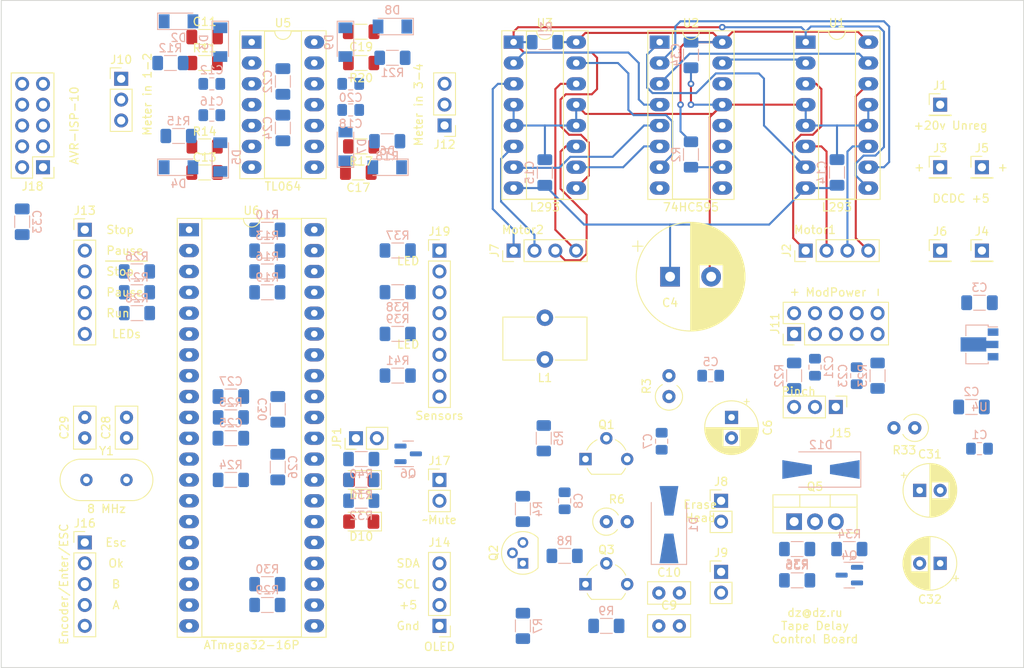
<source format=kicad_pcb>
(kicad_pcb (version 20211014) (generator pcbnew)
  (layers (0 "F.Cu" signal) (31 "B.Cu" signal) (34 "B.Paste" user) (35 "F.Paste" user) (36 "B.SilkS" user "B.Silkscreen") (37 "F.SilkS" user "F.Silkscreen") (38 "B.Mask" user) (39 "F.Mask" user) (44 "Edge.Cuts" user))
  (net 0 "")
  (net 1 "GND")
  (net 2 "+5V")
  (net 3 "+24V")
  (net 4 "Net-(C11-Pad1)")
  (net 5 "Net-(C11-Pad2)")
  (net 6 "Net-(C12-Pad2)")
  (net 7 "Net-(C13-Pad1)")
  (net 8 "Net-(C13-Pad2)")
  (net 9 "Net-(C16-Pad2)")
  (net 10 "Net-(C17-Pad2)")
  (net 11 "Net-(C18-Pad2)")
  (net 12 "Net-(C19-Pad2)")
  (net 13 "Net-(C21-Pad1)")
  (net 14 "Net-(D1-Pad2)")
  (net 15 "Net-(D2-Pad2)")
  (net 16 "Net-(D3-Pad2)")
  (net 17 "Net-(D4-Pad2)")
  (net 18 "Net-(D5-Pad2)")
  (net 19 "Net-(D10-Pad2)")
  (net 20 "+15V")
  (net 21 "-15V")
  (net 22 "Net-(J15-Pad2)")
  (net 23 "Net-(Q2-Pad1)")
  (net 24 "Net-(Q2-Pad2)")
  (net 25 "Net-(Q5-Pad1)")
  (net 26 "Net-(C6-Pad1)")
  (net 27 "Net-(C8-Pad1)")
  (net 28 "Net-(C8-Pad2)")
  (net 29 "Net-(C9-Pad1)")
  (net 30 "/Erase Gen/Gen")
  (net 31 "Net-(C17-Pad1)")
  (net 32 "Net-(C19-Pad1)")
  (net 33 "Net-(C20-Pad2)")
  (net 34 "Net-(C23-Pad2)")
  (net 35 "Net-(C26-Pad1)")
  (net 36 "/CPU/~RST")
  (net 37 "Net-(C28-Pad1)")
  (net 38 "Net-(C29-Pad1)")
  (net 39 "Net-(C30-Pad1)")
  (net 40 "Net-(D6-Pad2)")
  (net 41 "Net-(D7-Pad2)")
  (net 42 "Net-(D8-Pad2)")
  (net 43 "Net-(D9-Pad2)")
  (net 44 "Net-(D11-Pad2)")
  (net 45 "Net-(D12-Pad2)")
  (net 46 "Net-(J2-Pad1)")
  (net 47 "Net-(J2-Pad2)")
  (net 48 "Net-(J2-Pad3)")
  (net 49 "Net-(J2-Pad4)")
  (net 50 "Net-(J7-Pad1)")
  (net 51 "Net-(J7-Pad2)")
  (net 52 "Net-(J7-Pad3)")
  (net 53 "Net-(J7-Pad4)")
  (net 54 "/CPU/Stop button")
  (net 55 "/CPU/Run{slash}pause button")
  (net 56 "/CPU/Stop LED")
  (net 57 "/CPU/Pause LED")
  (net 58 "/CPU/Run LED")
  (net 59 "/CPU/SCL")
  (net 60 "/CPU/SDA")
  (net 61 "/CPU/Escape")
  (net 62 "/CPU/Enter")
  (net 63 "/CPU/Enc B")
  (net 64 "/CPU/Enc A")
  (net 65 "Net-(J17-Pad1)")
  (net 66 "/CPU/MOSI")
  (net 68 "/CPU/SCK")
  (net 69 "/CPU/MISO")
  (net 70 "Net-(J19-Pad1)")
  (net 71 "/CPU/S1")
  (net 72 "Net-(J19-Pad5)")
  (net 73 "/CPU/S2")
  (net 74 "/CPU/Mute")
  (net 75 "Net-(Q4-Pad1)")
  (net 76 "Net-(Q4-Pad3)")
  (net 77 "Net-(Q6-Pad1)")
  (net 78 "Net-(R1-Pad2)")
  (net 79 "Net-(R2-Pad2)")
  (net 80 "Net-(R26-Pad1)")
  (net 81 "Net-(R27-Pad1)")
  (net 82 "Net-(R28-Pad1)")
  (net 83 "Net-(R31-Pad1)")
  (net 84 "/CPU/Pinch")
  (net 85 "Net-(U1-Pad2)")
  (net 86 "Net-(U1-Pad7)")
  (net 87 "/CPU/MPower")
  (net 88 "Net-(U1-Pad10)")
  (net 89 "Net-(U1-Pad15)")
  (net 90 "Net-(U2-Pad4)")
  (net 91 "Net-(U2-Pad5)")
  (net 92 "Net-(U2-Pad6)")
  (net 93 "Net-(U2-Pad7)")
  (net 95 "/CPU/CS0")
  (net 104 "A0")
  (net 105 "A1")
  (net 106 "A2")
  (net 107 "A3")
  (footprint "Connector_PinHeader_2.54mm:PinHeader_1x02_P2.54mm_Vertical" (layer "F.Cu") (at 237.49 88.9)
    (fp_text reference "J8")
    (fp_text value "Erase Head")
  )
  (footprint "Capacitor_SMD:C_1206_3216Metric_Pad1.33x1.80mm_HandSolder" (layer "F.Cu") (at 174.615 32.39)
    (fp_text reference "C11")
    (fp_text value "0,1")
  )
  (footprint "LED_SMD:LED_1206_3216Metric_Pad1.42x1.75mm_HandSolder" (layer "F.Cu") (at 193.68 91.435 180)
    (fp_text reference "D10")
    (fp_text value "Green")
  )
  (footprint "Capacitor_THT:C_Disc_D5.0mm_W2.5mm_P2.50mm" (layer "F.Cu") (at 229.91 100.13)
    (fp_text reference "C10")
    (fp_text value "470")
  )
  (footprint "Connector_PinHeader_2.54mm:PinHeader_1x06_P2.54mm_Vertical" (layer "F.Cu") (at 160.025 55.875)
    (fp_text reference "J13")
    (fp_text value "Transport ctl/leds")
  )
  (footprint "Resistor_THT:R_Axial_DIN0309_L9.0mm_D3.2mm_P2.54mm_Vertical" (layer "F.Cu") (at 261.072621 80.01 180)
    (fp_text reference "R33")
    (fp_text value "? 2w")
  )
  (footprint "Capacitor_THT:CP_Radial_D6.3mm_P2.50mm" (layer "F.Cu") (at 238.76 78.74 -90)
    (fp_text reference "C6")
    (fp_text value "47,0")
  )
  (footprint "Connector_PinHeader_2.54mm:PinHeader_1x02_P2.54mm_Vertical" (layer "F.Cu") (at 203.2 86.36)
    (fp_text reference "J17")
    (fp_text value "~Mute")
  )
  (footprint "Connector_PinHeader_2.54mm:PinHeader_1x01_P2.54mm_Vertical" (layer "F.Cu") (at 269.24 58.42)
    (fp_text reference "J4")
    (fp_text value "DCDC Gnd")
  )
  (footprint "Connector_PinHeader_2.54mm:PinHeader_1x01_P2.54mm_Vertical" (layer "F.Cu") (at 269.24 48.26)
    (fp_text reference "J5")
    (fp_text value "DCDC +5")
  )
  (footprint "Connector_PinHeader_2.54mm:PinHeader_1x01_P2.54mm_Vertical" (layer "F.Cu") (at 264.16 48.26)
    (fp_text reference "J3")
    (fp_text value "DCDC Pwr")
  )
  (footprint "Connector_PinHeader_2.54mm:PinHeader_1x01_P2.54mm_Vertical" (layer "F.Cu") (at 264.16 40.64)
    (fp_text reference "J1")
    (fp_text value "+20v Unreg")
  )
  (footprint "Connector_PinHeader_2.54mm:PinHeader_2x05_P2.54mm_Vertical" (layer "F.Cu") (at 154.94 48.26 180)
    (fp_text reference "J18")
    (fp_text value "AVR-ISP-10")
  )
  (footprint "Package_TO_SOT_THT:TO-92_Wide" (layer "F.Cu") (at 220.98 99.06)
    (fp_text reference "Q3")
    (fp_text value "KT603A")
  )
  (footprint "Package_DIP:DIP-16_W7.62mm_Socket_LongPads" (layer "F.Cu") (at 212.23 33.02)
    (fp_text reference "U3")
    (fp_text value "L293")
  )
  (footprint "Package_TO_SOT_THT:TO-92_Wide" (layer "F.Cu") (at 220.98 83.82)
    (fp_text reference "Q1")
    (fp_text value "KT603A")
  )
  (footprint "Capacitor_THT:C_Disc_D5.0mm_W2.5mm_P2.50mm" (layer "F.Cu") (at 160.025 81.235 90)
    (fp_text reference "C29")
    (fp_text value "24")
  )
  (footprint "Resistor_SMD:R_1206_3216Metric_Pad1.30x1.75mm_HandSolder" (layer "F.Cu") (at 174.615 45.725)
    (fp_text reference "R14")
    (fp_text value "100k")
  )
  (footprint "Connector_PinHeader_2.54mm:PinHeader_1x03_P2.54mm_Vertical" (layer "F.Cu") (at 164.455 37.485)
    (fp_text reference "J10")
    (fp_text value "Meter in 1-2")
  )
  (footprint "Capacitor_THT:C_Disc_D5.0mm_W2.5mm_P2.50mm" (layer "F.Cu") (at 165.105 81.235 90)
    (fp_text reference "C28")
    (fp_text value "24")
  )
  (footprint "Capacitor_THT:C_Disc_D5.0mm_W2.5mm_P2.50mm" (layer "F.Cu") (at 229.91 104.14)
    (fp_text reference "C9")
    (fp_text value "100")
  )
  (footprint "Connector_PinHeader_2.54mm:PinHeader_1x04_P2.54mm_Vertical" (layer "F.Cu") (at 203.2 104.14 180)
    (fp_text reference "J14")
    (fp_text value "OLED")
  )
  (footprint "MountingHole:MountingHole_3.2mm_M3" (layer "F.Cu") (at 153.67 105.41)
    (fp_text reference "H3" hide)
    (fp_text value "MountingHole" hide)
  )
  (footprint "Connector_PinHeader_2.54mm:PinHeader_1x04_P2.54mm_Vertical" (layer "F.Cu") (at 212.23 58.42 90)
    (fp_text reference "J7")
    (fp_text value "Motor2")
  )
  (footprint "Resistor_THT:R_Axial_DIN0309_L9.0mm_D3.2mm_P2.54mm_Vertical" (layer "F.Cu") (at 223.52 91.44)
    (fp_text reference "R6")
    (fp_text value "43")
  )
  (footprint "MountingHole:MountingHole_3.2mm_M3" (layer "F.Cu") (at 153.67 31.75)
    (fp_text reference "H4" hide)
    (fp_text value "MountingHole" hide)
  )
  (footprint "Resistor_SMD:R_1206_3216Metric_Pad1.30x1.75mm_HandSolder" (layer "F.Cu") (at 193.665 45.725 180)
    (fp_text reference "R17")
    (fp_text value "100k")
  )
  (footprint "Connector_PinHeader_2.54mm:PinHeader_1x04_P2.54mm_Vertical" (layer "F.Cu") (at 247.79 58.42 90)
    (fp_text reference "J2")
    (fp_text value "Motor1")
  )
  (footprint "Capacitor_SMD:C_1206_3216Metric_Pad1.33x1.80mm_HandSolder" (layer "F.Cu") (at 174.615 48.9)
    (fp_text reference "C13")
    (fp_text value "0,1")
  )
  (footprint "Connector_PinHeader_2.54mm:PinHeader_1x08_P2.54mm_Vertical" (layer "F.Cu") (at 203.2 58.42)
    (fp_text reference "J19")
    (fp_text value "Sensors")
  )
  (footprint "Capacitor_THT:CP_Radial_D13.0mm_P5.00mm" (layer "F.Cu") (at 231.28 61.595)
    (fp_text reference "C4")
    (fp_text value "2200x25v")
  )
  (footprint "Connector_PinHeader_2.54mm:PinHeader_1x05_P2.54mm_Vertical" (layer "F.Cu") (at 160.025 93.975)
    (fp_text reference "J16")
    (fp_text value "Encoder/Enter/ESC")
  )
  (footprint "Connector_PinHeader_2.54mm:PinHeader_1x02_P2.54mm_Vertical" (layer "F.Cu") (at 193.04 81.28 90)
    (fp_text reference "JP1")
    (fp_text value "Jumper_2_Open")
  )
  (footprint "MountingHole:MountingHole_3.2mm_M3" (layer "F.Cu") (at 266.7 33.02)
    (fp_text reference "H2" hide)
    (fp_text value "MountingHole" hide)
  )
  (footprint "Resistor_SMD:R_1206_3216Metric_Pad1.30x1.75mm_HandSolder" (layer "F.Cu") (at 174.615 35.565)
    (fp_text reference "R11")
    (fp_text value "100k")
  )
  (footprint "Package_DIP:DIP-14_W7.62mm_Socket_LongPads" (layer "F.Cu") (at 180.34 33.02)
    (fp_text reference "U5")
    (fp_text value "TL064")
  )
  (footprint "Resistor_SMD:R_1206_3216Metric_Pad1.30x1.75mm_HandSolder" (layer "F.Cu") (at 193.665 35.565 180)
    (fp_text reference "R20")
    (fp_text value "100k")
  )
  (footprint "Inductor_THT:L_Toroid_Vertical_L10.0mm_W5.0mm_P5.08mm" (layer "F.Cu") (at 216.04 71.675 180)
    (fp_text reference "L1")
    (fp_text value "100mH")
  )
  (footprint "Package_DIP:DIP-16_W7.62mm_Socket_LongPads" (layer "F.Cu") (at 230.01 33.02)
    (fp_text reference "U2")
    (fp_text value "74HC595")
  )
  (footprint "Package_TO_SOT_THT:TO-220-3_Vertical" (layer "F.Cu") (at 246.38 91.44)
    (fp_text reference "Q5")
    (fp_text value "IRF540N")
  )
  (footprint "Capacitor_SMD:C_1206_3216Metric_Pad1.33x1.80mm_HandSolder" (layer "F.Cu") (at 193.665 31.755 180)
    (fp_text reference "C19")
    (fp_text value "0,1")
  )
  (footprint "Connector_PinHeader_2.54mm:PinHeader_1x02_P2.54mm_Vertical" (layer "F.Cu") (at 237.49 97.5575)
    (fp_text reference "J9")
    (fp_text value "Gen")
  )
  (footprint "Connector_PinHeader_2.54mm:PinHeader_1x03_P2.54mm_Vertical" (layer "F.Cu") (at 251.46 77.47 -90)
    (fp_text reference "J15")
    (fp_text value "Pinch")
  )
  (footprint "Package_DIP:DIP-16_W7.62mm_Socket_LongPads" (layer "F.Cu") (at 247.79 33.02)
    (fp_text reference "U1")
    (fp_text value "L293")
  )
  (footprint "Capacitor_THT:CP_Radial_D6.3mm_P2.50mm" (layer "F.Cu") (at 261.66 87.63)
    (fp_text reference "C31")
    (fp_text value "10,0")
  )
  (footprint "Package_DIP:DIP-40_W15.24mm_Socket_LongPads" (layer "F.Cu") (at 172.72 55.88)
    (fp_text reference "U6")
    (fp_text value "ATmega32-16P")
  )
  (footprint "Connector_PinHeader_2.54mm:PinHeader_2x05_P2.54mm_Vertical" (layer "F.Cu") (at 246.38 68.58 90)
    (fp_text reference "J11")
    (fp_text value "ModPower")
  )
  (footprint "MountingHole:MountingHole_3.2mm_M3" (layer "F.Cu") (at 266.7 104.14)
    (fp_text reference "H1" hide)
    (fp_text value "MountingHole" hide)
  )
  (footprint "Connector_PinHeader_2.54mm:PinHeader_1x01_P2.54mm_Vertical" (layer "F.Cu") (at 264.16 58.42)
    (fp_text reference "J6")
    (fp_text value "DCDC Gnd")
  )
  (footprint "Connector_PinHeader_2.54mm:PinHeader_1x03_P2.54mm_Vertical" (layer "F.Cu") (at 203.825 43.17 180)
    (fp_text reference "J12")
    (fp_text value "Meter in 3-4")
  )
  (footprint "Capacitor_SMD:C_1206_3216Metric_Pad1.33x1.80mm_HandSolder" (layer "F.Cu") (at 193.3225 48.9 180)
    (fp_text reference "C17")
    (fp_text value "0,1")
  )
  (footprint "Capacitor_THT:CP_Radial_D6.3mm_P2.50mm" (layer "F.Cu") (at 264.16 96.52 180)
    (fp_text reference "C32")
    (fp_text value "10,0")
  )
  (footprint "Resistor_THT:R_Axial_DIN0309_L9.0mm_D3.2mm_P2.54mm_Vertical" (layer "F.Cu") (at 231.14 76.2 90)
    (fp_text reference "R3")
    (fp_text value "10")
  )
  (footprint "LED_SMD:LED_1206_3216Metric_Pad1.42x1.75mm_HandSolder" (layer "F.Cu") (at 193.68 86.355 180)
    (fp_text reference "D11")
    (fp_text value "Red")
  )
  (footprint "Crystal:Crystal_HC49-U_Vertical" (layer "F.Cu") (at 160.225 86.355)
    (fp_text reference "Y1")
    (fp_text value "8 MHz")
  )
  (footprint "Package_TO_SOT_THT:TO-92" (layer "F.Cu") (at 213.36 96.52 90)
    (fp_text reference "Q2")
    (fp_text value "KT3107")
  )
  (footprint "Capacitor_SMD:C_0805_2012Metric_Pad1.18x1.45mm_HandSolder" (layer "B.Cu") (at 192.395 41.28)
    (fp_text reference "C18")
    (fp_text value "1,0")
  )
  (footprint "Resistor_SMD:R_1206_3216Metric_Pad1.30x1.75mm_HandSolder" (layer "B.Cu") (at 182.25 101.595 180)
    (fp_text reference "R29")
    (fp_text value "4,7k")
  )
  (footprint "Resistor_SMD:R_1206_3216Metric_Pad1.30x1.75mm_HandSolder" (layer "B.Cu") (at 246.747621 98.59 180)
    (fp_text reference "R35")
    (fp_text value "47")
  )
  (footprint "Diode_SMD:D_MiniMELF" (layer "B.Cu") (at 196.84 48.265 180)
    (fp_text reference "D6")
    (fp_text value "LL4148")
  )
  (footprint "Capacitor_SMD:C_1206_3216Metric_Pad1.33x1.80mm_HandSolder" (layer "B.Cu") (at 216.03 48.905 -90)
    (fp_text reference "C15")
    (fp_text value "0,1")
  )
  (footprint "Resistor_SMD:R_1206_3216Metric_Pad1.30x1.75mm_HandSolder" (layer "B.Cu") (at 197.475 34.93)
    (fp_text reference "R21")
    (fp_text value "200k")
  )
  (footprint "Resistor_SMD:R_1206_3216Metric_Pad1.30x1.75mm_HandSolder" (layer "B.Cu") (at 193.68 86.355)
    (fp_text reference "R31")
    (fp_text value "4,7k")
  )
  (footprint "Resistor_SMD:R_1206_3216Metric_Pad1.30x1.75mm_HandSolder" (layer "B.Cu") (at 182.245 55.88 180)
    (fp_text reference "R10")
    (fp_text value "1k")
  )
  (footprint "Capacitor_SMD:C_0805_2012Metric_Pad1.18x1.45mm_HandSolder" (layer "B.Cu") (at 175.4825 41.915 180)
    (fp_text reference "C16")
    (fp_text value "1,0")
  )
  (footprint "Resistor_SMD:R_1206_3216Metric_Pad1.30x1.75mm_HandSolder" (layer "B.Cu") (at 233.82 46.71 -90)
    (fp_text reference "R2")
    (fp_text value "4,7k")
  )
  (footprint "Resistor_SMD:R_1206_3216Metric_Pad1.30x1.75mm_HandSolder" (layer "B.Cu") (at 246.38 73.66 -90)
    (fp_text reference "R22")
    (fp_text value "100")
  )
  (footprint "Resistor_SMD:R_1206_3216Metric_Pad1.30x1.75mm_HandSolder" (layer "B.Cu") (at 171.44 44.455 180)
    (fp_text reference "R15")
    (fp_text value "200k")
  )
  (footprint "Resistor_SMD:R_1206_3216Metric_Pad1.30x1.75mm_HandSolder" (layer "B.Cu") (at 177.805 78.735 180)
    (fp_text reference "R25")
    (fp_text value "10k")
  )
  (footprint "Resistor_SMD:R_1206_3216Metric_Pad1.30x1.75mm_HandSolder" (layer "B.Cu") (at 218.44 95.61 180)
    (fp_text reference "R8")
    (fp_text value "30k")
  )
  (footprint "Resistor_SMD:R_1206_3216Metric_Pad1.30x1.75mm_HandSolder" (layer "B.Cu") (at 216.04 33.02 180)
    (fp_text reference "R1")
    (fp_text value "4,7k")
  )
  (footprint "Package_TO_SOT_SMD:SOT-89-3" (layer "B.Cu") (at 268.9475 69.85 180)
    (fp_text reference "U4")
    (fp_text value "L78L05_SOT89")
  )
  (footprint "Resistor_SMD:R_1206_3216Metric_Pad1.30x1.75mm_HandSolder" (layer "B.Cu") (at 193.68 83.815)
    (fp_text reference "R40")
    (fp_text value "10k")
  )
  (footprint "Package_TO_SOT_SMD:SOT-23" (layer "B.Cu") (at 199.395 83.18)
    (fp_text reference "Q6")
    (fp_text value "MMBT3904")
  )
  (footprint "Diode_SMD:D_MiniMELF" (layer "B.Cu") (at 171.44 48.265)
    (fp_text reference "D4")
    (fp_text value "LL4148")
  )
  (footprint "Diode_SMD:D_MiniMELF" (layer "B.Cu") (at 171.44 30.485)
    (fp_text reference "D2")
    (fp_text value "LL4148")
  )
  (footprint "Diode_SMD:D_MiniMELF" (layer "B.Cu") (at 191.76 33.025 -90)
    (fp_text reference "D9")
    (fp_text value "BZV55C3V9")
  )
  (footprint "Capacitor_SMD:C_0805_2012Metric_Pad1.18x1.45mm_HandSolder" (layer "B.Cu") (at 248.92 72.6225 90)
    (fp_text reference "C21")
    (fp_text value "10,0")
  )
  (footprint "Resistor_SMD:R_1206_3216Metric_Pad1.30x1.75mm_HandSolder" (layer "B.Cu") (at 170.45 35.565 180)
    (fp_text reference "R12")
    (fp_text value "200k")
  )
  (footprint "Diode_SMD:D_MiniMELF" (layer "B.Cu") (at 176.52 33.025 -90)
    (fp_text reference "D3")
    (fp_text value "BZV55C3V9")
  )
  (footprint "Resistor_SMD:R_1206_3216Metric_Pad1.30x1.75mm_HandSolder" (layer "B.Cu") (at 177.805 86.355 180)
    (fp_text reference "R24")
    (fp_text value "100")
  )
  (footprint "Resistor_SMD:R_1206_3216Metric_Pad1.30x1.75mm_HandSolder" (layer "B.Cu") (at 198.12 63.485)
    (fp_text reference "R38")
    (fp_text value "47k")
  )
  (footprint "Resistor_SMD:R_1206_3216Metric_Pad1.30x1.75mm_HandSolder" (layer "B.Cu") (at 253.097621 94.78 180)
    (fp_text reference "R34")
    (fp_text value "4,7k")
  )
  (footprint "Resistor_SMD:R_1206_3216Metric_Pad1.30x1.75mm_HandSolder" (layer "B.Cu") (at 246.747621 94.78)
    (fp_text reference "R36")
    (fp_text value "1k")
  )
  (footprint "Capacitor_SMD:C_1206_3216Metric_Pad1.33x1.80mm_HandSolder" (layer "B.Cu") (at 184.14 43.4775 -90)
    (fp_text reference "C24")
    (fp_text value "0,1")
  )
  (footprint "Capacitor_SMD:C_1206_3216Metric_Pad1.33x1.80mm_HandSolder" (layer "B.Cu") (at 267.97 77.47 180)
    (fp_text reference "C2")
    (fp_text value "0,33")
  )
  (footprint "Resistor_SMD:R_1206_3216Metric_Pad1.30x1.75mm_HandSolder" (layer "B.Cu") (at 198.12 68.565 180)
    (fp_text reference "R39")
    (fp_text value "4,7k")
  )
  (footprint "Capacitor_SMD:C_1206_3216Metric_Pad1.33x1.80mm_HandSolder" (layer "B.Cu") (at 183.52 84.7925 90)
    (fp_text reference "C26")
    (fp_text value "0,1")
  )
  (footprint "Diode_SMD:D_SMA-SMB_Universal_Handsoldering" (layer "B.Cu") (at 249.642621 85.09 180)
    (fp_text reference "D12")
    (fp_text value "SS34")
  )
  (footprint "Resistor_SMD:R_1206_3216Metric_Pad1.30x1.75mm_HandSolder" (layer "B.Cu") (at 166.375 63.495 180)
    (fp_text reference "R27")
    (fp_text value "5,6k")
  )
  (footprint "Capacitor_SMD:C_0805_2012Metric_Pad1.18x1.45mm_HandSolder" (layer "B.Cu") (at 192.395 38.105)
    (fp_text reference "C20")
    (fp_text value "1,0")
  )
  (footprint "Resistor_SMD:R_1206_3216Metric_Pad1.30x1.75mm_HandSolder" (layer "B.Cu") (at 193.68 88.895)
    (fp_text reference "R32")
    (fp_text value "4,7k")
  )
  (footprint "Capacitor_SMD:C_1206_3216Metric_Pad1.33x1.80mm_HandSolder" (layer "B.Cu") (at 152.4 54.9025 90)
    (fp_text reference "C33")
    (fp_text value "0,1")
  )
  (footprint "Resistor_SMD:R_1206_3216Metric_Pad1.30x1.75mm_HandSolder" (layer "B.Cu") (at 182.245 60.96 180)
    (fp_text reference "R16")
    (fp_text value "1k")
  )
  (footprint "Diode_SMD:D_MiniMELF" (layer "B.Cu") (at 176.52 47.025 90)
    (fp_text reference "D5")
    (fp_text value "BZV55C3V9")
  )
  (footprint "Resistor_SMD:R_1206_3216Metric_Pad1.30x1.75mm_HandSolder" (layer "B.Cu") (at 213.36 104.14 90)
    (fp_text reference "R7")
    (fp_text value "470")
  )
  (footprint "Capacitor_SMD:C_1206_3216Metric_Pad1.33x1.80mm_HandSolder" (layer "B.Cu") (at 183.52 77.7575 -90)
    (fp_text reference "C30")
    (fp_text value "0,1")
  )
  (footprint "Capacitor_SMD:C_1206_3216Metric_Pad1.33x1.80mm_HandSolder" (layer "B.Cu") (at 184.14 37.8125 -90)
    (fp_text reference "C22")
    (fp_text value "0,1")
  )
  (footprint "Capacitor_SMD:C_0805_2012Metric_Pad1.18x1.45mm_HandSolder" (layer "B.Cu") (at 230.25 81.643748 -90)
    (fp_text reference "C7")
    (fp_text value "0,1")
  )
  (footprint "Capacitor_SMD:C_1206_3216Metric_Pad1.33x1.80mm_HandSolder" (layer "B.Cu") (at 251.6 48.895 -90)
    (fp_text reference "C14")
    (fp_text value "0,1")
  )
  (footprint "Capacitor_SMD:C_1206_3216Metric_Pad1.33x1.80mm_HandSolder" (layer "B.Cu") (at 268.9475 64.77 180)
    (fp_text reference "C3")
    (fp_text value "0,1")
  )
  (footprint "Resistor_SMD:R_1206_3216Metric_Pad1.30x1.75mm_HandSolder" (layer "B.Cu") (at 166.375 60.955 180)
    (fp_text reference "R26")
    (fp_text value "5,6k")
  )
  (footprint "Resistor_SMD:R_1206_3216Metric_Pad1.30x1.75mm_HandSolder" (layer "B.Cu") (at 196.84 45.09)
    (fp_text reference "R18")
    (fp_text value "200k")
  )
  (footprint "Capacitor_SMD:C_0805_2012Metric_Pad1.18x1.45mm_HandSolder" (layer "B.Cu") (at 236.22 73.66 180)
    (fp_text reference "C5")
    (fp_text value "0,1")
  )
  (footprint "Capacitor_SMD:C_1206_3216Metric_Pad1.33x1.80mm_HandSolder" (layer "B.Cu") (at 233.82 34.5825 -90)
    (fp_text reference "C34")
    (fp_text value "0,1")
  )
  (footprint "Resistor_SMD:R_1206_3216Metric_Pad1.30x1.75mm_HandSolder" (layer "B.Cu") (at 256.54 73.66 -90)
    (fp_text reference "R23")
    (fp_text value "100")
  )
  (footprint "Capacitor_SMD:C_0805_2012Metric_Pad1.18x1.45mm_HandSolder" (layer "B.Cu") (at 218.44 88.9 90)
    (fp_text reference "C8")
    (fp_text value "1,0")
  )
  (footprint "Resistor_SMD:R_1206_3216Metric_Pad1.30x1.75mm_HandSolder" (layer "B.Cu") (at 198.12 58.405 180)
    (fp_text reference "R37")
    (fp_text value "4,7k")
  )
  (footprint "Capacitor_SMD:C_0805_2012Metric_Pad1.18x1.45mm_HandSolder" (layer "B.Cu") (at 268.9475 82.55 180)
    (fp_text reference "C1")
    (fp_text value "10,0")
  )
  (footprint "Resistor_SMD:R_1206_3216Metric_Pad1.30x1.75mm_HandSolder" (layer "B.Cu") (at 182.245 58.42 180)
    (fp_text reference "R13")
    (fp_text value "1k")
  )
  (footprint "Diode_SMD:D_SMA-SMB_Universal_Handsoldering" (layer "B.Cu") (at 231.14 91.8 90)
    (fp_text reference "D1")
    (fp_text value "SS34")
  )
  (footprint "Resistor_SMD:R_1206_3216Metric_Pad1.30x1.75mm_HandSolder" (layer "B.Cu") (at 223.52 104.14 180)
    (fp_text reference "R9")
    (fp_text value "470")
  )
  (footprint "Diode_SMD:D_MiniMELF" (layer "B.Cu") (at 197.475 31.12 180)
    (fp_text reference "D8")
    (fp_text value "LL4148")
  )
  (footprint "Resistor_SMD:R_1206_3216Metric_Pad1.30x1.75mm_HandSolder" (layer "B.Cu") (at 166.375 66.035 180)
    (fp_text reference "R28")
    (fp_text value "5,6k")
  )
  (footprint "Capacitor_SMD:C_0805_2012Metric_Pad1.18x1.45mm_HandSolder" (layer "B.Cu") (at 175.4825 38.105 180)
    (fp_text reference "C12")
    (fp_text value "1,0")
  )
  (footprint "Resistor_SMD:R_1206_3216Metric_Pad1.30x1.75mm_HandSolder" (layer "B.Cu") (at 198.12 73.645 180)
    (fp_text reference "R41")
    (fp_text value "47k")
  )
  (footprint "Package_TO_SOT_SMD:SOT-23" (layer "B.Cu") (at 253.097621 97.955 180)
    (fp_text reference "Q4")
    (fp_text value "MMBT3906")
  )
  (footprint "Resistor_SMD:R_1206_3216Metric_Pad1.30x1.75mm_HandSolder" (layer "B.Cu") (at 182.245 63.5 180)
    (fp_text reference "R19")
    (fp_text value "1k")
  )
  (footprint "Capacitor_SMD:C_1206_3216Metric_Pad1.33x1.80mm_HandSolder" (layer "B.Cu") (at 177.805 81.275 180)
    (fp_text reference "C25")
    (fp_text value "0,1")
  )
  (footprint "Resistor_SMD:R_1206_3216Metric_Pad1.30x1.75mm_HandSolder" (layer "B.Cu") (at 182.25 99.055 180)
    (fp_text reference "R30")
    (fp_text value "4,7k")
  )
  (footprint "Capacitor_SMD:C_1206_3216Metric_Pad1.33x1.80mm_HandSolder" (layer "B.Cu") (at 177.805 76.195 180)
    (fp_text reference "C27")
    (fp_text value "0,1")
  )
  (footprint "Diode_SMD:D_MiniMELF" (layer "B.Cu") (at 191.76 45.725 90)
    (fp_text reference "D7")
    (fp_text value "BZV55C3V9")
  )
  (footprint "Capacitor_SMD:C_0805_2012Metric_Pad1.18x1.45mm_HandSolder" (layer "B.Cu") (at 254 73.66 -90)
    (fp_text reference "C23")
    (fp_text value "10,0")
  )
  (footprint "Resistor_SMD:R_1206_3216Metric_Pad1.30x1.75mm_HandSolder" (layer "B.Cu") (at 213.36 89.89 90)
    (fp_text reference "R4")
    (fp_text value "30k")
  )
  (footprint "Resistor_SMD:R_1206_3216Metric_Pad1.30x1.75mm_HandSolder" (layer "B.Cu") (at 215.9 81.28 90)
    (fp_text reference "R5")
    (fp_text value "4,3k")
  )
  (gr_line (start 167.64 59.69) (end 162.56 59.69) (layer "F.SilkS") (width 0.15))
  (gr_rect (start 149.86 27.94) (end 274.32 109.22) (layer "Edge.Cuts") (width 0.1) (fill none))
  (gr_text "Erase\nHead" (at 234.95 90.17) (layer "F.SilkS") (effects (font (size 1 1))))
  (gr_text "Run" (at 162.56 66.04) (layer "F.SilkS") (effects (font (size 1 1)) (justify left)))
  (gr_text "B" (at 163.83 99.06) (layer "F.SilkS") (effects (font (size 1 1))))
  (gr_text "Pause" (at 162.56 63.5) (layer "F.SilkS") (effects (font (size 1 1)) (justify left)))
  (gr_text "SCL" (at 199.39 99.06) (layer "F.SilkS") (effects (font (size 1 1))))
  (gr_text "Stop" (at 162.56 55.88) (layer "F.SilkS") (effects (font (size 1 1)) (justify left)))
  (gr_text "LEDs" (at 165.1 68.58) (layer "F.SilkS") (effects (font (size 1 1))))
  (gr_text "Stop" (at 162.56 60.96) (layer "F.SilkS") (effects (font (size 1 1)) (justify left)))
  (gr_text "+" (at 261.62 48.26) (layer "F.SilkS") (effects (font (size 1 1))))
  (gr_text "LED" (at 199.39 59.69) (layer "F.SilkS") (effects (font (size 1 1))))
  (gr_text "A" (at 163.83 101.6) (layer "F.SilkS") (effects (font (size 1 1))))
  (gr_text "+5" (at 199.39 101.6) (layer "F.SilkS") (effects (font (size 1 1))))
  (gr_text "dz@dz.ru\nTape Delay\nControl Board" (at 248.92 104.14) (layer "F.SilkS") (effects (font (size 1 1))))
  (gr_text "LED" (at 199.39 69.85) (layer "F.SilkS") (effects (font (size 1 1))))
  (gr_text "Esc" (at 163.83 93.98) (layer "F.SilkS") (effects (font (size 1 1))))
  (gr_text "Gnd" (at 199.39 104.14) (layer "F.SilkS") (effects (font (size 1 1))))
  (gr_text "-" (at 256.54 63.5 90) (layer "F.SilkS") (effects (font (size 1 1))))
  (gr_text "+" (at 246.38 63.5 90) (layer "F.SilkS") (effects (font (size 1 1))))
  (gr_text "Pause" (at 162.56 58.42) (layer "F.SilkS") (effects (font (size 1 1)) (justify left)))
  (gr_text "SDA" (at 199.39 96.52) (layer "F.SilkS") (effects (font (size 1 1))))
  (gr_text "Ok" (at 163.83 96.52) (layer "F.SilkS") (effects (font (size 1 1))))
  (gr_text "+" (at 271.78 48.26) (layer "F.SilkS") (effects (font (size 1 1))))
  (segment (start 236.105 42.165) (end 236.105 61.42) (width 0.25) (layer "F.Cu") (net 1))
  (segment (start 220.975 41.765) (end 236.505 41.765) (width 0.25) (layer "F.Cu") (net 1))
  (segment (start 233.82 40.64) (end 233.82 38.1) (width 0.25) (layer "F.Cu") (net 1))
  (segment (start 237.63 40.64) (end 247.79 40.64) (width 0.25) (layer "F.Cu") (net 1))
  (segment (start 219.85 40.64) (end 220.975 41.765) (width 0.25) (layer "F.Cu") (net 1))
  (segment (start 236.105 61.42) (end 236.28 61.595) (width 0.25) (layer "F.Cu") (net 1))
  (segment (start 236.505 41.765) (end 237.63 40.64) (width 0.25) (layer "F.Cu") (net 1))
  (segment (start 237.63 40.64) (end 236.105 42.165) (width 0.25) (layer "F.Cu") (net 1))
  (via (at 233.82 40.64) (size 0.8) (drill 0.4) (layers "F.Cu" "B.Cu") (net 1))
  (via (at 233.82 38.1) (size 0.8) (drill 0.4) (layers "F.Cu" "B.Cu") (net 1))
  (segment (start 251.6 47.3325) (end 251.6 43.18) (width 0.25) (layer "B.Cu") (net 1))
  (segment (start 212.23 43.18) (end 216.04 43.18) (width 0.25) (layer "B.Cu") (net 1))
  (segment (start 216.04 47.3325) (end 216.04 43.18) (width 0.25) (layer "B.Cu") (net 1))
  (segment (start 216.04 43.18) (end 219.85 43.18) (width 0.25) (layer "B.Cu") (net 1))
  (segment (start 251.6 43.18) (end 255.41 43.18) (width 0.25) (layer "B.Cu") (net 1))
  (segment (start 237.63 40.64) (end 233.82 40.64) (width 0.25) (layer "B.Cu") (net 1))
  (segment (start 216.03 47.3425) (end 216.04 47.3325) (width 0.25) (layer "B.Cu") (net 1))
  (segment (start 233.82 36.145) (end 233.82 38.1) (width 0.25) (layer "B.Cu") (net 1))
  (segment (start 219.85 43.18) (end 219.85 40.64) (width 0.25) (layer "B.Cu") (net 1))
  (segment (start 247.79 40.64) (end 247.79 43.18) (width 0.25) (layer "B.Cu") (net 1))
  (segment (start 247.79 43.18) (end 251.6 43.18) (width 0.25) (layer "B.Cu") (net 1))
  (segment (start 255.41 40.64) (end 255.41 43.18) (width 0.25) (layer "B.Cu") (net 1))
  (segment (start 212.23 43.18) (end 212.23 40.64) (width 0.25) (layer "B.Cu") (net 1))
  (segment (start 219.85 33.02) (end 220.975 31.895) (width 0.25) (layer "F.Cu") (net 2))
  (segment (start 232.55 40.64) (end 232.55 33.655) (width 0.25) (layer "F.Cu") (net 2))
  (segment (start 254.14 31.75) (end 255.41 33.02) (width 0.25) (layer "F.Cu") (net 2))
  (segment (start 220.975 31.895) (end 236.505 31.895) (width 0.25) (layer "F.Cu") (net 2))
  (segment (start 233.185 33.02) (end 237.63 33.02) (width 0.25) (layer "F.Cu") (net 2))
  (segment (start 236.505 31.895) (end 237.63 33.02) (width 0.25) (layer "F.Cu") (net 2))
  (segment (start 237.63 33.02) (end 233.82 33.02) (width 0.25) (layer "F.Cu") (net 2))
  (segment (start 232.55 33.655) (end 233.185 33.02) (width 0.25) (layer "F.Cu") (net 2))
  (segment (start 237.63 33.02) (end 238.9 31.75) (width 0.25) (layer "F.Cu") (net 2))
  (segment (start 238.9 31.75) (end 254.14 31.75) (width 0.25) (layer "F.Cu") (net 2))
  (via (at 232.55 40.64) (size 0.8) (drill 0.4) (layers "F.Cu" "B.Cu") (net 2))
  (segment (start 233.82 45.16) (end 232.55 43.89) (width 0.25) (layer "B.Cu") (net 2))
  (segment (start 232.55 43.89) (end 232.55 40.64) (width 0.25) (layer "B.Cu") (net 2))
  (segment (start 233.82 33.02) (end 237.63 33.02) (width 0.25) (layer "B.Cu") (net 2))
  (segment (start 217.59 33.02) (end 219.85 33.02) (width 0.25) (layer "B.Cu") (net 2))
  (segment (start 246.265 45.25401) (end 247.21401 44.305) (width 0.25) (layer "F.Cu") (net 46))
  (segment (start 248.65599 44.305) (end 249.695 43.26599) (width 0.25) (layer "F.Cu") (net 46))
  (segment (start 247.79 58.42) (end 246.265 56.895) (width 0.25) (layer "F.Cu") (net 46))
  (segment (start 249.695 38.735) (end 249.06 38.1) (width 0.25) (layer "F.Cu") (net 46))
  (segment (start 249.06 38.1) (end 247.79 38.1) (width 0.25) (layer "F.Cu") (net 46))
  (segment (start 247.21401 44.305) (end 248.65599 44.305) (width 0.25) (layer "F.Cu") (net 46))
  (segment (start 249.695 43.26599) (end 249.695 38.735) (width 0.25) (layer "F.Cu") (net 46))
  (segment (start 246.265 56.895) (end 246.265 45.25401) (width 0.25) (layer "F.Cu") (net 46))
  (segment (start 250.33 46.355) (end 249.695 45.72) (width 0.25) (layer "F.Cu") (net 47))
  (segment (start 250.33 58.42) (end 250.33 46.355) (width 0.25) (layer "F.Cu") (net 47))
  (segment (start 249.695 45.72) (end 247.79 45.72) (width 0.25) (layer "F.Cu") (net 47))
  (segment (start 255.41 45.72) (end 253.505 45.72) (width 0.25) (layer "B.Cu") (net 48))
  (segment (start 253.505 45.72) (end 252.87 46.355) (width 0.25) (layer "B.Cu") (net 48))
  (segment (start 252.87 46.355) (end 252.87 58.42) (width 0.25) (layer "B.Cu") (net 48))
  (segment (start 253.885 56.895) (end 253.885 39.625) (width 0.25) (layer "F.Cu") (net 49))
  (segment (start 253.885 39.625) (end 255.41 38.1) (width 0.25) (layer "F.Cu") (net 49))
  (segment (start 255.41 58.42) (end 253.885 56.895) (width 0.25) (layer "F.Cu") (net 49))
  (segment (start 210.325 38.1) (end 212.23 38.1) (width 0.25) (layer "B.Cu") (net 50))
  (segment (start 209.69 38.735) (end 210.325 38.1) (width 0.25) (layer "B.Cu") (net 50))
  (segment (start 212.23 55.88) (end 209.69 53.34) (width 0.25) (layer "B.Cu") (net 50))
  (segment (start 212.23 58.42) (end 212.23 55.88) (width 0.25) (layer "B.Cu") (net 50))
  (segment (start 209.69 53.34) (end 209.69 38.735) (width 0.25) (layer "B.Cu") (net 50))
  (segment (start 210.705 47.245) (end 210.705 52.45) (width 0.25) (layer "B.Cu") (net 51))
  (segment (start 212.23 45.72) (end 210.705 47.245) (width 0.25) (layer "B.Cu") (net 51))
  (segment (start 214.77 56.515) (end 214.77 58.42) (width 0.25) (layer "B.Cu") (net 51))
  (segment (start 210.705 52.45) (end 214.77 56.515) (width 0.25) (layer "B.Cu") (net 51))
  (segment (start 218.58 45.72) (end 219.85 45.72) (width 0.25) (layer "F.Cu") (net 52))
  (segment (start 221.12 54.06099) (end 217.945 50.88599) (width 0.25) (layer "F.Cu") (net 52))
  (segment (start 221.12 58.811701) (end 221.12 54.06099) (width 0.25) (layer "F.Cu") (net 52))
  (segment (start 217.945 50.88599) (end 217.945 46.355) (width 0.25) (layer "F.Cu") (net 52))
  (segment (start 218.485 59.595) (end 220.336701 59.595) (width 0.25) (layer "F.Cu") (net 52))
  (segment (start 217.945 46.355) (end 218.58 45.72) (width 0.25) (layer "F.Cu") (net 52))
  (segment (start 217.31 58.42) (end 218.485 59.595) (width 0.25) (layer "F.Cu") (net 52))
  (segment (start 220.336701 59.595) (end 221.12 58.811701) (width 0.25) (layer "F.Cu") (net 52))
  (segment (start 219.85 58.42) (end 217.31 55.88) (width 0.25) (layer "F.Cu") (net 53))
  (segment (start 217.31 55.88) (end 217.31 38.735) (width 0.25) (layer "F.Cu") (net 53))
  (segment (start 217.31 38.735) (end 217.945 38.1) (width 0.25) (layer "F.Cu") (net 53))
  (segment (start 217.945 38.1) (end 219.85 38.1) (width 0.25) (layer "F.Cu") (net 53))
  (segment (start 212.7755 31.2045) (end 212.23 31.75) (width 0.25) (layer "F.Cu") (net 78))
  (segment (start 221.755 34.29) (end 222.39 34.925) (width 0.25) (layer "F.Cu") (net 78))
  (segment (start 221.375 45.25401) (end 221.375 49.275) (width 0.25) (layer "F.Cu") (net 78))
  (segment (start 222.39 34.925) (end 222.39 38.735) (width 0.25) (layer "F.Cu") (net 78))
  (segment (start 213.5 34.29) (end 221.755 34.29) (width 0.25) (layer "F.Cu") (net 78))
  (segment (start 218.58 39.37) (end 217.945 40.005) (width 0.25) (layer "F.Cu") (net 78))
  (segment (start 212.23 31.75) (end 212.23 33.02) (width 0.25) (layer "F.Cu") (net 78))
  (segment (start 218.98401 44.305) (end 220.42599 44.305) (width 0.25) (layer "F.Cu") (net 78))
  (segment (start 212.23 33.02) (end 213.5 34.29) (width 0.25) (layer "F.Cu") (net 78))
  (segment (start 237.63 31.2045) (end 212.7755 31.2045) (width 0.25) (layer "F.Cu") (net 78))
  (segment (start 221.755 39.37) (end 218.58 39.37) (width 0.25) (layer "F.Cu") (net 78))
  (segment (start 222.39 38.735) (end 221.755 39.37) (width 0.25) (layer "F.Cu") (net 78))
  (segment (start 221.375 49.275) (end 219.85 50.8) (width 0.25) (layer "F.Cu") (net 78))
  (segment (start 217.945 43.26599) (end 218.98401 44.305) (width 0.25) (layer "F.Cu") (net 78))
  (segment (start 220.42599 44.305) (end 221.375 45.25401) (width 0.25) (layer "F.Cu") (net 78))
  (segment (start 217.945 40.005) (end 217.945 43.26599) (width 0.25) (layer "F.Cu") (net 78))
  (via (at 237.63 31.2045) (size 0.8) (drill 0.4) (layers "F.Cu" "B.Cu") (net 78))
  (segment (start 247.79 31.75) (end 247.79 33.02) (width 0.25) (layer "B.Cu") (net 78))
  (segment (start 253.885 49.275) (end 253.885 47.79401) (width 0.25) (layer "B.Cu") (net 78))
  (segment (start 254.83401 46.845) (end 256.27599 46.845) (width 0.25) (layer "B.Cu") (net 78))
  (segment (start 257.315 45.80599) (end 257.315 31.75) (width 0.25) (layer "B.Cu") (net 78))
  (segment (start 247.2445 31.2045) (end 237.63 31.2045) (width 0.25) (layer "B.Cu") (net 78))
  (segment (start 256.27599 46.845) (end 257.315 45.80599) (width 0.25) (layer "B.Cu") (net 78))
  (segment (start 256.68 31.115) (end 248.425 31.115) (width 0.25) (layer "B.Cu") (net 78))
  (segment (start 255.41 50.8) (end 253.885 49.275) (width 0.25) (layer "B.Cu") (net 78))
  (segment (start 212.23 33.02) (end 214.49 33.02) (width 0.25) (layer "B.Cu") (net 78))
  (segment (start 247.79 31.75) (end 247.2445 31.2045) (width 0.25) (layer "B.Cu") (net 78))
  (segment (start 253.885 47.79401) (end 254.83401 46.845) (width 0.25) (layer "B.Cu") (net 78))
  (segment (start 248.425 31.115) (end 247.79 31.75) (width 0.25) (layer "B.Cu") (net 78))
  (segment (start 257.315 31.75) (end 256.68 31.115) (width 0.25) (layer "B.Cu") (net 78))
  (segment (start 233.82 48.26) (end 237.63 48.26) (width 0.25) (layer "B.Cu") (net 79))
  (segment (start 237.63 35.56) (end 238.045 35.145) (width 0.25) (layer "B.Cu") (net 85))
  (segment (start 238.045 35.145) (end 247.375 35.145) (width 0.25) (layer "B.Cu") (net 85))
  (segment (start 247.375 35.145) (end 247.79 35.56) (width 0.25) (layer "B.Cu") (net 85))
  (segment (start 234.455 39.225) (end 229.14401 39.225) (width 0.25) (layer "B.Cu") (net 86))
  (segment (start 247.79 48.26) (end 242.71 43.18) (width 0.25) (layer "B.Cu") (net 86))
  (segment (start 242.71 37.465) (end 242.075 36.83) (width 0.25) (layer "B.Cu") (net 86))
  (segment (start 228.485 34.545) (end 230.01 33.02) (width 0.25) (layer "B.Cu") (net 86))
  (segment (start 229.14401 39.225) (end 228.485 38.56599) (width 0.25) (layer "B.Cu") (net 86))
  (segment (start 242.71 43.18) (end 242.71 37.465) (width 0.25) (layer "B.Cu") (net 86))
  (segment (start 242.075 36.83) (end 236.85 36.83) (width 0.25) (layer "B.Cu") (net 86))
  (segment (start 236.85 36.83) (end 234.455 39.225) (width 0.25) (layer "B.Cu") (net 86))
  (segment (start 228.485 38.56599) (end 228.485 34.545) (width 0.25) (layer "B.Cu") (net 86))
  (segment (start 216.03 50.4675) (end 220.8075 55.245) (width 0.25) (layer "B.Cu") (net 87))
  (segment (start 231.28 55.245) (end 231.28 61.595) (width 0.25) (layer "B.Cu") (net 87))
  (segment (start 243.345 55.245) (end 247.79 50.8) (width 0.25) (layer "B.Cu") (net 87))
  (segment (start 212.23 50.8) (end 215.6975 50.8) (width 0.25) (layer "B.Cu") (net 87))
  (segment (start 231.28 55.245) (end 243.345 55.245) (width 0.25) (layer "B.Cu") (net 87))
  (segment (start 251.2575 50.8) (end 247.79 50.8) (width 0.25) (layer "B.Cu") (net 87))
  (segment (start 251.6 50.4575) (end 251.2575 50.8) (width 0.25) (layer "B.Cu") (net 87))
  (segment (start 215.6975 50.8) (end 216.03 50.4675) (width 0.25) (layer "B.Cu") (net 87))
  (segment (start 220.8075 55.245) (end 231.28 55.245) (width 0.25) (layer "B.Cu") (net 87))
  (segment (start 257.315 30.48) (end 257.95 31.115) (width 0.25) (layer "B.Cu") (net 88))
  (segment (start 257.315 48.26) (end 255.41 48.26) (width 0.25) (layer "B.Cu") (net 88))
  (segment (start 230.01 35.56) (end 231.915 33.655) (width 0.25) (layer "B.Cu") (net 88))
  (segment (start 257.95 47.625) (end 257.315 48.26) (width 0.25) (layer "B.Cu") (net 88))
  (segment (start 257.95 31.115) (end 257.95 47.625) (width 0.25) (layer "B.Cu") (net 88))
  (segment (start 231.915 33.655) (end 231.915 31.115) (width 0.25) (layer "B.Cu") (net 88))
  (segment (start 232.55 30.48) (end 257.315 30.48) (width 0.25) (layer "B.Cu") (net 88))
  (segment (start 231.915 31.115) (end 232.55 30.48) (width 0.25) (layer "B.Cu") (net 88))
  (segment (start 233.654327 34.435) (end 254.285 34.435) (width 0.25) (layer "B.Cu") (net 89))
  (segment (start 230.01 38.079327) (end 233.654327 34.435) (width 0.25) (layer "B.Cu") (net 89))
  (segment (start 230.01 38.1) (end 230.01 38.079327) (width 0.25) (layer "B.Cu") (net 89))
  (segment (start 254.285 34.435) (end 255.41 35.56) (width 0.25) (layer "B.Cu") (net 89))
  (segment (start 228.105 40.64) (end 230.01 40.64) (width 0.25) (layer "B.Cu") (net 90))
  (segment (start 212.23 35.56) (end 213.5 34.29) (width 0.25) (layer "B.Cu") (net 90))
  (segment (start 227.47 35.56) (end 227.47 40.005) (width 0.25) (layer "B.Cu") (net 90))
  (segment (start 213.5 34.29) (end 226.2 34.29) (width 0.25) (layer "B.Cu") (net 90))
  (segment (start 227.47 40.005) (end 228.105 40.64) (width 0.25) (layer "B.Cu") (net 90))
  (segment (start 226.2 34.29) (end 227.47 35.56) (width 0.25) (layer "B.Cu") (net 90))
  (segment (start 212.3 48.33) (end 217.78901 48.33) (width 0.25) (layer "B.Cu") (net 91))
  (segment (start 217.78901 48.33) (end 219.12901 46.99) (width 0.25) (layer "B.Cu") (net 91))
  (segment (start 224.295 46.99) (end 228.105 43.18) (width 0.25) (layer "B.Cu") (net 91))
  (segment (start 228.105 43.18) (end 230.01 43.18) (width 0.25) (layer "B.Cu") (net 91))
  (segment (start 212.23 48.26) (end 212.3 48.33) (width 0.25) (layer "B.Cu") (net 91))
  (segment (start 219.12901 46.99) (end 224.295 46.99) (width 0.25) (layer "B.Cu") (net 91))
  (segment (start 225.565 48.26) (end 228.105 45.72) (width 0.25) (layer "B.Cu") (net 92))
  (segment (start 228.105 45.72) (end 230.01 45.72) (width 0.25) (layer "B.Cu") (net 92))
  (segment (start 219.85 48.26) (end 225.565 48.26) (width 0.25) (layer "B.Cu") (net 92))
  (segment (start 231.535 46.735) (end 231.535 42.655) (width 0.25) (layer "B.Cu") (net 93))
  (segment (start 230.01 48.26) (end 231.535 46.735) (width 0.25) (layer "B.Cu") (net 93))
  (segment (start 226.2 36.83) (end 224.93 35.56) (width 0.25) (layer "B.Cu") (net 93))
  (segment (start 231.535 42.655) (end 230.79 41.91) (width 0.25) (layer "B.Cu") (net 93))
  (segment (start 224.93 35.56) (end 219.85 35.56) (width 0.25) (layer "B.Cu") (net 93))
  (segment (start 226.835 41.91) (end 226.2 41.275) (width 0.25) (layer "B.Cu") (net 93))
  (segment (start 230.79 41.91) (end 226.835 41.91) (width 0.25) (layer "B.Cu") (net 93))
  (segment (start 226.2 41.275) (end 226.2 36.83) (width 0.25) (layer "B.Cu") (net 93))
)
</source>
